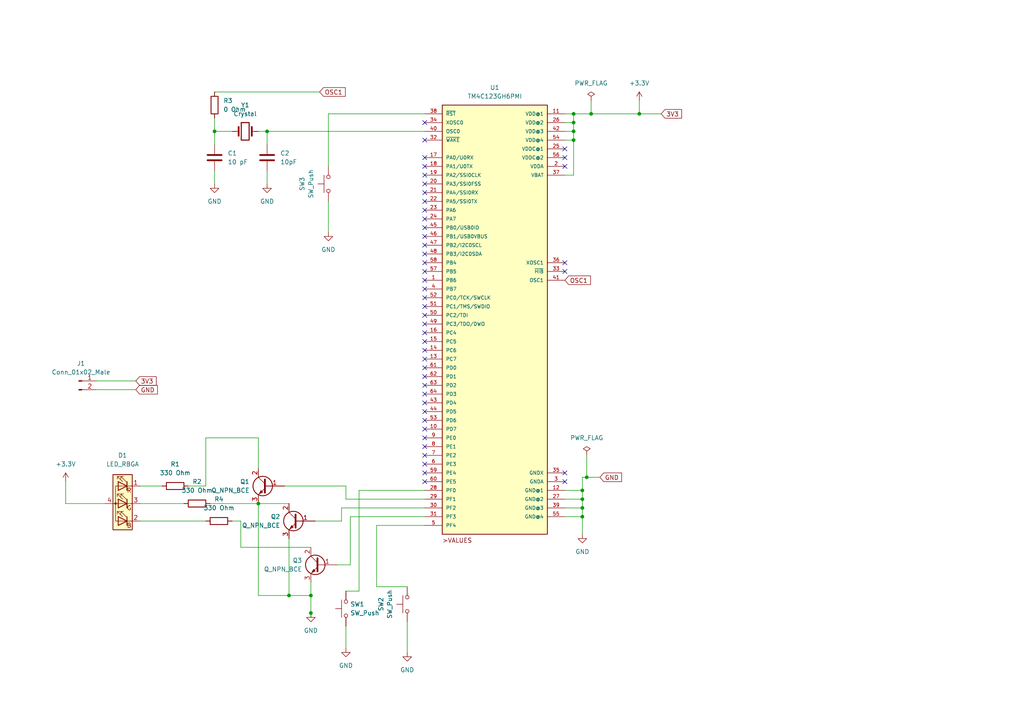
<source format=kicad_sch>
(kicad_sch (version 20211123) (generator eeschema)
  (paper "A4")
  (title_block (title "Led blink") (date "2022-12-22") (rev "Mohamed ABdelnasser") (company "Sprints ARM master class"))
  (lib_symbols
    (symbol "Connector:Conn_01x02_Male" (pin_names (offset 1.016) hide)
      (property "Reference" "J" (at 0 2.54 0))
      (property "Value" "Conn_01x02_Male" (at 0 -5.08 0))
      (symbol "Conn_01x02_Male_1_1"
        (polyline (pts (xy 1.27 -2.54) (xy 0.8636 -2.54)) (stroke (width 0.1524)))
        (polyline (pts (xy 1.27 0) (xy 0.8636 0)) (stroke (width 0.1524)))
        (rectangle (start 0.8636 -2.413) (end 0 -2.667) (stroke (width 0.1524)) (fill (type outline)))
        (rectangle (start 0.8636 0.127) (end 0 -0.127) (stroke (width 0.1524)) (fill (type outline)))
        (pin passive line (at 5.08 0 180) (length 3.81) (name "Pin_1") (number "1"))
        (pin passive line (at 5.08 -2.54 180) (length 3.81) (name "Pin_2") (number "2"))
      )
    )
    (symbol "Device:C" (pin_numbers hide) (pin_names (offset 0.254))
      (property "Reference" "C" (at 0.635 2.54 0))
      (property "Value" "C" (at 0.635 -2.54 0))
      (symbol "C_0_1"
        (polyline (pts (xy -2.032 -0.762) (xy 2.032 -0.762)) (stroke (width 0.508)))
        (polyline (pts (xy -2.032 0.762) (xy 2.032 0.762)) (stroke (width 0.508)))
      )
      (symbol "C_1_1"
        (pin passive line (at 0 3.81 270) (length 2.794) (name "~") (number "1"))
        (pin passive line (at 0 -3.81 90) (length 2.794) (name "~") (number "2"))
      )
    )
    (symbol "Device:Crystal" (pin_numbers hide) (pin_names (offset 1.016) hide)
      (property "Reference" "Y" (at 0 3.81 0))
      (property "Value" "Crystal" (at 0 -3.81 0))
      (symbol "Crystal_0_1"
        (rectangle (start -1.143 2.54) (end 1.143 -2.54) (stroke (width 0.3048)))
        (polyline (pts (xy -2.54 0) (xy -1.905 0)))
        (polyline (pts (xy -1.905 -1.27) (xy -1.905 1.27)) (stroke (width 0.508)))
        (polyline (pts (xy 1.905 -1.27) (xy 1.905 1.27)) (stroke (width 0.508)))
        (polyline (pts (xy 2.54 0) (xy 1.905 0)))
      )
      (symbol "Crystal_1_1"
        (pin passive line (at -3.81 0 0) (length 1.27) (name "1") (number "1"))
        (pin passive line (at 3.81 0 180) (length 1.27) (name "2") (number "2"))
      )
    )
    (symbol "Device:LED_RBGA" (pin_names (offset 0) hide)
      (property "Reference" "D" (at 0 9.398 0))
      (property "Value" "LED_RBGA" (at 0 -8.89 0))
      (symbol "LED_RBGA_0_0"
        (text "B" (at -1.905 -6.35 0) (effects (font (size 1.27 1.27))))
        (text "G" (at -1.905 -1.27 0) (effects (font (size 1.27 1.27))))
        (text "R" (at -1.905 3.81 0) (effects (font (size 1.27 1.27))))
      )
      (symbol "LED_RBGA_0_1"
        (polyline (pts (xy -1.27 -5.08) (xy -2.54 -5.08)))
        (polyline (pts (xy -1.27 -5.08) (xy 1.27 -5.08)))
        (polyline (pts (xy -1.27 -3.81) (xy -1.27 -6.35)) (stroke (width 0.254)))
        (polyline (pts (xy -1.27 0) (xy -2.54 0)))
        (polyline (pts (xy -1.27 1.27) (xy -1.27 -1.27)) (stroke (width 0.254)))
        (polyline (pts (xy -1.27 5.08) (xy -2.54 5.08)))
        (polyline (pts (xy -1.27 5.08) (xy 1.27 5.08)))
        (polyline (pts (xy -1.27 6.35) (xy -1.27 3.81)) (stroke (width 0.254)))
        (polyline (pts (xy 1.27 0) (xy -1.27 0)))
        (polyline (pts (xy 1.27 0) (xy 2.54 0)))
        (polyline (pts (xy -1.27 1.27) (xy -1.27 -1.27) (xy -1.27 -1.27)))
        (polyline (pts (xy -1.27 6.35) (xy -1.27 3.81) (xy -1.27 3.81)))
        (polyline (pts (xy 1.27 -5.08) (xy 2.032 -5.08) (xy 2.032 5.08) (xy 1.27 5.08)))
        (polyline (pts (xy 1.27 -3.81) (xy 1.27 -6.35) (xy -1.27 -5.08) (xy 1.27 -3.81)) (stroke (width 0.254)))
        (polyline (pts (xy 1.27 1.27) (xy 1.27 -1.27) (xy -1.27 0) (xy 1.27 1.27)) (stroke (width 0.254)))
        (polyline (pts (xy 1.27 6.35) (xy 1.27 3.81) (xy -1.27 5.08) (xy 1.27 6.35)) (stroke (width 0.254)))
        (polyline (pts (xy -1.016 -3.81) (xy 0.508 -2.286) (xy -0.254 -2.286) (xy 0.508 -2.286) (xy 0.508 -3.048)))
        (polyline (pts (xy -1.016 1.27) (xy 0.508 2.794) (xy -0.254 2.794) (xy 0.508 2.794) (xy 0.508 2.032)))
        (polyline (pts (xy -1.016 6.35) (xy 0.508 7.874) (xy -0.254 7.874) (xy 0.508 7.874) (xy 0.508 7.112)))
        (polyline (pts (xy 0 -3.81) (xy 1.524 -2.286) (xy 0.762 -2.286) (xy 1.524 -2.286) (xy 1.524 -3.048)))
        (polyline (pts (xy 0 1.27) (xy 1.524 2.794) (xy 0.762 2.794) (xy 1.524 2.794) (xy 1.524 2.032)))
        (polyline (pts (xy 0 6.35) (xy 1.524 7.874) (xy 0.762 7.874) (xy 1.524 7.874) (xy 1.524 7.112)))
        (rectangle (start 1.27 -1.27) (end 1.27 1.27))
        (rectangle (start 1.27 1.27) (end 1.27 1.27))
        (rectangle (start 1.27 3.81) (end 1.27 6.35))
        (rectangle (start 1.27 6.35) (end 1.27 6.35))
        (circle (center 2.032 0) (radius 0.254) (fill (type outline)))
        (rectangle (start 2.794 8.382) (end -2.794 -7.62) (stroke (width 0.254)) (fill (type background)))
      )
      (symbol "LED_RBGA_1_1"
        (pin passive line (at -5.08 5.08 0) (length 2.54) (name "RK") (number "1"))
        (pin passive line (at -5.08 -5.08 0) (length 2.54) (name "BK") (number "2"))
        (pin passive line (at -5.08 0 0) (length 2.54) (name "GK") (number "3"))
        (pin passive line (at 5.08 0 180) (length 2.54) (name "A") (number "4"))
      )
    )
    (symbol "Device:Q_NPN_BCE" (pin_names (offset 0) hide)
      (property "Reference" "Q" (at 5.08 1.27 0))
      (property "Value" "Q_NPN_BCE" (at 5.08 -1.27 0))
      (symbol "Q_NPN_BCE_0_1"
        (polyline (pts (xy 0.635 0.635) (xy 2.54 2.54)))
        (polyline (pts (xy 0.635 -0.635) (xy 2.54 -2.54) (xy 2.54 -2.54)))
        (polyline (pts (xy 0.635 1.905) (xy 0.635 -1.905) (xy 0.635 -1.905)) (stroke (width 0.508)))
        (polyline (pts (xy 1.27 -1.778) (xy 1.778 -1.27) (xy 2.286 -2.286) (xy 1.27 -1.778) (xy 1.27 -1.778)) (fill (type outline)))
        (circle (center 1.27 0) (radius 2.8194) (stroke (width 0.254)))
      )
      (symbol "Q_NPN_BCE_1_1"
        (pin input line (at -5.08 0 0) (length 5.715) (name "B") (number "1"))
        (pin passive line (at 2.54 5.08 270) (length 2.54) (name "C") (number "2"))
        (pin passive line (at 2.54 -5.08 90) (length 2.54) (name "E") (number "3"))
      )
    )
    (symbol "Device:R" (pin_numbers hide) (pin_names (offset 0))
      (property "Reference" "R" (at 2.032 0 90))
      (property "Value" "R" (at 0 0 90))
      (symbol "R_0_1"
        (rectangle (start -1.016 -2.54) (end 1.016 2.54) (stroke (width 0.254)))
      )
      (symbol "R_1_1"
        (pin passive line (at 0 3.81 270) (length 1.27) (name "~") (number "1"))
        (pin passive line (at 0 -3.81 90) (length 1.27) (name "~") (number "2"))
      )
    )
    (symbol "Switch:SW_Push" (pin_numbers hide) (pin_names (offset 1.016) hide)
      (property "Reference" "SW" (at 1.27 2.54 0))
      (property "Value" "SW_Push" (at 0 -1.524 0))
      (symbol "SW_Push_0_1"
        (circle (center -2.032 0) (radius 0.508))
        (polyline (pts (xy 0 1.27) (xy 0 3.048)))
        (polyline (pts (xy 2.54 1.27) (xy -2.54 1.27)))
        (circle (center 2.032 0) (radius 0.508))
        (pin passive line (at -5.08 0 0) (length 2.54) (name "1") (number "1"))
        (pin passive line (at 5.08 0 180) (length 2.54) (name "2") (number "2"))
      )
    )
    (symbol "power:+3.3V" (power) (pin_names (offset 0))
      (property "Value" "+3.3V" (at 0 3.556 0))
      (symbol "+3.3V_0_1"
        (polyline (pts (xy -0.762 1.27) (xy 0 2.54)))
        (polyline (pts (xy 0 0) (xy 0 2.54)))
        (polyline (pts (xy 0 2.54) (xy 0.762 1.27)))
      )
      (symbol "+3.3V_1_1"
        (pin power_in line (at 0 0 90) (length 0) hide (name "+3.3V") (number "1"))
      )
    )
    (symbol "power:GND" (power) (pin_names (offset 0))
      (property "Value" "GND" (at 0 -3.81 0))
      (symbol "GND_0_1"
        (polyline (pts (xy 0 0) (xy 0 -1.27) (xy 1.27 -1.27) (xy 0 -2.54) (xy -1.27 -1.27) (xy 0 -1.27)))
      )
      (symbol "GND_1_1"
        (pin power_in line (at 0 0 270) (length 0) hide (name "GND") (number "1"))
      )
    )
    (symbol "power:PWR_FLAG" (power) (pin_numbers hide) (pin_names (offset 0) hide)
      (property "Value" "PWR_FLAG" (at 0 3.81 0))
      (symbol "PWR_FLAG_0_0"
        (pin power_out line (at 0 0 90) (length 0) (name "pwr") (number "1"))
      )
      (symbol "PWR_FLAG_0_1"
        (polyline (pts (xy 0 0) (xy 0 1.27) (xy -1.016 1.905) (xy 0 2.54) (xy 1.016 1.905) (xy 0 1.27)))
      )
    )
    (symbol "tm4c123gh6pm:TM4C123GH6PMI" (pin_names (offset 1.016))
      (property "Reference" "U" (at -15.2479 60.9917 0))
      (property "Value" "TM4C123GH6PMI" (at 0 0 0))
      (symbol "TM4C123GH6PMI_0_0"
        (rectangle (start -15.24 -63.5) (end 15.24 60.96) (stroke (width 0.254)) (fill (type background)))
        (text ">VALUES" (at -15.2408 -66.0434 0) (effects (font (size 1.2701 1.2701)) (justify left bottom)))
        (pin bidirectional line (at -20.32 10.16 0) (length 5.08) (name "PB6") (number "1"))
        (pin bidirectional line (at -20.32 -33.02 0) (length 5.08) (name "PD7") (number "10"))
        (pin power_in line (at 20.32 58.42 180) (length 5.08) (name "VDD@1") (number "11"))
        (pin power_in line (at 20.32 -50.8 180) (length 5.08) (name "GND@1") (number "12"))
        (pin bidirectional line (at -20.32 -12.7 0) (length 5.08) (name "PC7") (number "13"))
        (pin bidirectional line (at -20.32 -10.16 0) (length 5.08) (name "PC6") (number "14"))
        (pin bidirectional line (at -20.32 -7.62 0) (length 5.08) (name "PC5") (number "15"))
        (pin bidirectional line (at -20.32 -5.08 0) (length 5.08) (name "PC4") (number "16"))
        (pin bidirectional line (at -20.32 45.72 0) (length 5.08) (name "PA0/U0RX") (number "17"))
        (pin bidirectional line (at -20.32 43.18 0) (length 5.08) (name "PA1/U0TX") (number "18"))
        (pin bidirectional line (at -20.32 40.64 0) (length 5.08) (name "PA2/SSI0CLK") (number "19"))
        (pin power_in line (at 20.32 43.18 180) (length 5.08) (name "VDDA") (number "2"))
        (pin bidirectional line (at -20.32 38.1 0) (length 5.08) (name "PA3/SSI0FSS") (number "20"))
        (pin bidirectional line (at -20.32 35.56 0) (length 5.08) (name "PA4/SSI0RX") (number "21"))
        (pin bidirectional line (at -20.32 33.02 0) (length 5.08) (name "PA5/SSI0TX") (number "22"))
        (pin bidirectional line (at -20.32 30.48 0) (length 5.08) (name "PA6") (number "23"))
        (pin bidirectional line (at -20.32 27.94 0) (length 5.08) (name "PA7") (number "24"))
        (pin power_in line (at 20.32 48.26 180) (length 5.08) (name "VDDC@1") (number "25"))
        (pin power_in line (at 20.32 55.88 180) (length 5.08) (name "VDD@2") (number "26"))
        (pin power_in line (at 20.32 -53.34 180) (length 5.08) (name "GND@2") (number "27"))
        (pin bidirectional line (at -20.32 -50.8 0) (length 5.08) (name "PF0") (number "28"))
        (pin bidirectional line (at -20.32 -53.34 0) (length 5.08) (name "PF1") (number "29"))
        (pin power_in line (at 20.32 -48.26 180) (length 5.08) (name "GNDA") (number "3"))
        (pin bidirectional line (at -20.32 -55.88 0) (length 5.08) (name "PF2") (number "30"))
        (pin bidirectional line (at -20.32 -58.42 0) (length 5.08) (name "PF3") (number "31"))
        (pin input line (at -20.32 50.8 0) (length 5.08) (name "~{WAKE}") (number "32"))
        (pin output line (at 20.32 12.7 180) (length 5.08) (name "~{HIB}") (number "33"))
        (pin input line (at -20.32 55.88 0) (length 5.08) (name "XOSC0") (number "34"))
        (pin power_in line (at 20.32 -45.72 180) (length 5.08) (name "GNDX") (number "35"))
        (pin output line (at 20.32 15.24 180) (length 5.08) (name "XOSC1") (number "36"))
        (pin power_in line (at 20.32 40.64 180) (length 5.08) (name "VBAT") (number "37"))
        (pin input line (at -20.32 58.42 0) (length 5.08) (name "~{RST}") (number "38"))
        (pin power_in line (at 20.32 -55.88 180) (length 5.08) (name "GND@3") (number "39"))
        (pin bidirectional line (at -20.32 7.62 0) (length 5.08) (name "PB7") (number "4"))
        (pin input line (at -20.32 53.34 0) (length 5.08) (name "OSC0") (number "40"))
        (pin output line (at 20.32 10.16 180) (length 5.08) (name "OSC1") (number "41"))
        (pin power_in line (at 20.32 53.34 180) (length 5.08) (name "VDD@3") (number "42"))
        (pin bidirectional line (at -20.32 -25.4 0) (length 5.08) (name "PD4") (number "43"))
        (pin bidirectional line (at -20.32 -27.94 0) (length 5.08) (name "PD5") (number "44"))
        (pin bidirectional line (at -20.32 25.4 0) (length 5.08) (name "PB0/USB0ID") (number "45"))
        (pin bidirectional line (at -20.32 22.86 0) (length 5.08) (name "PB1/USB0VBUS") (number "46"))
        (pin bidirectional line (at -20.32 20.32 0) (length 5.08) (name "PB2/I2C0SCL") (number "47"))
        (pin bidirectional line (at -20.32 17.78 0) (length 5.08) (name "PB3/I2C0SDA") (number "48"))
        (pin bidirectional line (at -20.32 -2.54 0) (length 5.08) (name "PC3/TDO/DWO") (number "49"))
        (pin bidirectional line (at -20.32 -60.96 0) (length 5.08) (name "PF4") (number "5"))
        (pin bidirectional line (at -20.32 0 0) (length 5.08) (name "PC2/TDI") (number "50"))
        (pin bidirectional line (at -20.32 2.54 0) (length 5.08) (name "PC1/TMS/SWDIO") (number "51"))
        (pin bidirectional line (at -20.32 5.08 0) (length 5.08) (name "PC0/TCK/SWCLK") (number "52"))
        (pin bidirectional line (at -20.32 -30.48 0) (length 5.08) (name "PD6") (number "53"))
        (pin power_in line (at 20.32 50.8 180) (length 5.08) (name "VDD@4") (number "54"))
        (pin power_in line (at 20.32 -58.42 180) (length 5.08) (name "GND@4") (number "55"))
        (pin power_in line (at 20.32 45.72 180) (length 5.08) (name "VDDC@2") (number "56"))
        (pin bidirectional line (at -20.32 12.7 0) (length 5.08) (name "PB5") (number "57"))
        (pin bidirectional line (at -20.32 15.24 0) (length 5.08) (name "PB4") (number "58"))
        (pin bidirectional line (at -20.32 -45.72 0) (length 5.08) (name "PE4") (number "59"))
        (pin bidirectional line (at -20.32 -43.18 0) (length 5.08) (name "PE3") (number "6"))
        (pin bidirectional line (at -20.32 -48.26 0) (length 5.08) (name "PE5") (number "60"))
        (pin bidirectional line (at -20.32 -15.24 0) (length 5.08) (name "PD0") (number "61"))
        (pin bidirectional line (at -20.32 -17.78 0) (length 5.08) (name "PD1") (number "62"))
        (pin bidirectional line (at -20.32 -20.32 0) (length 5.08) (name "PD2") (number "63"))
        (pin bidirectional line (at -20.32 -22.86 0) (length 5.08) (name "PD3") (number "64"))
        (pin bidirectional line (at -20.32 -40.64 0) (length 5.08) (name "PE2") (number "7"))
        (pin bidirectional line (at -20.32 -38.1 0) (length 5.08) (name "PE1") (number "8"))
        (pin bidirectional line (at -20.32 -35.56 0) (length 5.08) (name "PE0") (number "9"))
      )
    )
  )
  (junction (at 83.82 172.72))
  (junction (at 168.91 144.78))
  (junction (at 62.23 38.1))
  (junction (at 168.91 142.24))
  (junction (at 185.42 33.02))
  (junction (at 90.17 172.72))
  (junction (at 90.17 177.8))
  (junction (at 168.91 147.32))
  (junction (at 166.37 35.56))
  (junction (at 168.91 149.86))
  (junction (at 170.18 138.43))
  (junction (at 166.37 40.64))
  (junction (at 166.37 33.02))
  (junction (at 74.93 146.05))
  (junction (at 166.37 38.1))
  (junction (at 171.45 33.02))
  (junction (at 77.47 38.1))
  (no_connect (at 123.19 68.58))
  (no_connect (at 123.19 60.96))
  (no_connect (at 123.19 35.56))
  (no_connect (at 123.19 76.2))
  (no_connect (at 123.19 71.12))
  (no_connect (at 123.19 132.08))
  (no_connect (at 123.19 106.68))
  (no_connect (at 123.19 139.7))
  (no_connect (at 123.19 53.34))
  (no_connect (at 163.83 78.74))
  (no_connect (at 123.19 127))
  (no_connect (at 123.19 96.52))
  (no_connect (at 123.19 50.8))
  (no_connect (at 123.19 91.44))
  (no_connect (at 123.19 99.06))
  (no_connect (at 123.19 48.26))
  (no_connect (at 123.19 66.04))
  (no_connect (at 123.19 73.66))
  (no_connect (at 123.19 45.72))
  (no_connect (at 123.19 109.22))
  (no_connect (at 163.83 45.72))
  (no_connect (at 123.19 55.88))
  (no_connect (at 123.19 119.38))
  (no_connect (at 163.83 43.18))
  (no_connect (at 123.19 40.64))
  (no_connect (at 123.19 81.28))
  (no_connect (at 123.19 86.36))
  (no_connect (at 123.19 129.54))
  (no_connect (at 123.19 116.84))
  (no_connect (at 123.19 134.62))
  (no_connect (at 123.19 93.98))
  (no_connect (at 123.19 83.82))
  (no_connect (at 163.83 139.7))
  (no_connect (at 123.19 63.5))
  (no_connect (at 123.19 137.16))
  (no_connect (at 123.19 88.9))
  (no_connect (at 123.19 78.74))
  (no_connect (at 163.83 48.26))
  (no_connect (at 123.19 114.3))
  (no_connect (at 163.83 76.2))
  (no_connect (at 123.19 121.92))
  (no_connect (at 123.19 58.42))
  (no_connect (at 163.83 137.16))
  (no_connect (at 123.19 124.46))
  (no_connect (at 123.19 111.76))
  (no_connect (at 123.19 101.6))
  (no_connect (at 123.19 104.14))
  (wire (pts (xy 69.85 158.75) (xy 90.17 158.75)))
  (wire (pts (xy 101.6 163.83) (xy 101.6 149.86)))
  (wire (pts (xy 166.37 33.02) (xy 166.37 35.56)))
  (wire (pts (xy 69.85 151.13) (xy 69.85 158.75)))
  (wire (pts (xy 67.31 151.13) (xy 69.85 151.13)))
  (wire (pts (xy 59.69 127) (xy 74.93 127)))
  (wire (pts (xy 99.06 147.32) (xy 99.06 151.13)))
  (wire (pts (xy 90.17 177.8) (xy 90.17 179.07)))
  (wire (pts (xy 163.83 50.8) (xy 166.37 50.8)))
  (wire (pts (xy 168.91 142.24) (xy 168.91 144.78)))
  (wire (pts (xy 27.94 113.03) (xy 39.37 113.03)))
  (wire (pts (xy 91.44 151.13) (xy 99.06 151.13)))
  (wire (pts (xy 77.47 38.1) (xy 77.47 41.91)))
  (wire (pts (xy 191.77 33.02) (xy 185.42 33.02)))
  (wire (pts (xy 60.96 146.05) (xy 74.93 146.05)))
  (wire (pts (xy 168.91 147.32) (xy 168.91 149.86)))
  (wire (pts (xy 62.23 38.1) (xy 67.31 38.1)))
  (wire (pts (xy 62.23 34.29) (xy 62.23 38.1)))
  (wire (pts (xy 82.55 140.97) (xy 100.33 140.97)))
  (wire (pts (xy 95.25 33.02) (xy 123.19 33.02)))
  (wire (pts (xy 104.14 171.45) (xy 100.33 171.45)))
  (wire (pts (xy 123.19 147.32) (xy 99.06 147.32)))
  (wire (pts (xy 168.91 149.86) (xy 168.91 154.94)))
  (wire (pts (xy 166.37 35.56) (xy 163.83 35.56)))
  (wire (pts (xy 27.94 110.49) (xy 39.37 110.49)))
  (wire (pts (xy 123.19 152.4) (xy 109.22 152.4)))
  (wire (pts (xy 74.93 38.1) (xy 77.47 38.1)))
  (wire (pts (xy 62.23 38.1) (xy 62.23 41.91)))
  (wire (pts (xy 62.23 49.53) (xy 62.23 53.34)))
  (wire (pts (xy 163.83 40.64) (xy 166.37 40.64)))
  (wire (pts (xy 40.64 140.97) (xy 46.99 140.97)))
  (wire (pts (xy 163.83 149.86) (xy 168.91 149.86)))
  (wire (pts (xy 77.47 38.1) (xy 123.19 38.1)))
  (wire (pts (xy 95.25 48.26) (xy 95.25 33.02)))
  (wire (pts (xy 90.17 172.72) (xy 90.17 177.8)))
  (wire (pts (xy 100.33 144.78) (xy 123.19 144.78)))
  (wire (pts (xy 118.11 180.34) (xy 118.11 189.23)))
  (wire (pts (xy 163.83 147.32) (xy 168.91 147.32)))
  (wire (pts (xy 166.37 38.1) (xy 166.37 40.64)))
  (wire (pts (xy 19.05 139.7) (xy 19.05 146.05)))
  (wire (pts (xy 168.91 138.43) (xy 168.91 142.24)))
  (wire (pts (xy 170.18 138.43) (xy 168.91 138.43)))
  (wire (pts (xy 83.82 156.21) (xy 83.82 172.72)))
  (wire (pts (xy 173.99 138.43) (xy 170.18 138.43)))
  (wire (pts (xy 163.83 33.02) (xy 166.37 33.02)))
  (wire (pts (xy 168.91 144.78) (xy 168.91 147.32)))
  (wire (pts (xy 62.23 26.67) (xy 92.71 26.67)))
  (wire (pts (xy 83.82 172.72) (xy 90.17 172.72)))
  (wire (pts (xy 30.48 146.05) (xy 19.05 146.05)))
  (wire (pts (xy 163.83 142.24) (xy 168.91 142.24)))
  (wire (pts (xy 97.79 163.83) (xy 101.6 163.83)))
  (wire (pts (xy 166.37 35.56) (xy 166.37 38.1)))
  (wire (pts (xy 104.14 142.24) (xy 104.14 171.45)))
  (wire (pts (xy 171.45 29.21) (xy 171.45 33.02)))
  (wire (pts (xy 74.93 146.05) (xy 83.82 146.05)))
  (wire (pts (xy 77.47 49.53) (xy 77.47 53.34)))
  (wire (pts (xy 104.14 142.24) (xy 123.19 142.24)))
  (wire (pts (xy 90.17 168.91) (xy 90.17 172.72)))
  (wire (pts (xy 163.83 144.78) (xy 168.91 144.78)))
  (wire (pts (xy 171.45 33.02) (xy 185.42 33.02)))
  (wire (pts (xy 40.64 151.13) (xy 59.69 151.13)))
  (wire (pts (xy 163.83 38.1) (xy 166.37 38.1)))
  (wire (pts (xy 74.93 172.72) (xy 83.82 172.72)))
  (wire (pts (xy 74.93 127) (xy 74.93 135.89)))
  (wire (pts (xy 74.93 146.05) (xy 74.93 172.72)))
  (wire (pts (xy 166.37 50.8) (xy 166.37 40.64)))
  (wire (pts (xy 101.6 149.86) (xy 123.19 149.86)))
  (wire (pts (xy 109.22 152.4) (xy 109.22 170.18)))
  (wire (pts (xy 170.18 132.08) (xy 170.18 138.43)))
  (wire (pts (xy 59.69 140.97) (xy 59.69 127)))
  (wire (pts (xy 100.33 181.61) (xy 100.33 187.96)))
  (wire (pts (xy 95.25 58.42) (xy 95.25 67.31)))
  (wire (pts (xy 54.61 140.97) (xy 59.69 140.97)))
  (wire (pts (xy 100.33 140.97) (xy 100.33 144.78)))
  (wire (pts (xy 109.22 170.18) (xy 118.11 170.18)))
  (wire (pts (xy 185.42 29.21) (xy 185.42 33.02)))
  (wire (pts (xy 166.37 33.02) (xy 171.45 33.02)))
  (wire (pts (xy 40.64 146.05) (xy 53.34 146.05)))
  (global_label "OSC1" (shape input) (at 163.83 81.28 0) (property "Intersheet References" "${INTERSHEET_REFS}" (effects hide)))
  (global_label "GND" (shape input) (at 173.99 138.43 0) (property "Intersheet References" "${INTERSHEET_REFS}" (effects hide)))
  (global_label "GND" (shape input) (at 39.37 113.03 0) (property "Intersheet References" "${INTERSHEET_REFS}" (effects hide)))
  (global_label "3V3" (shape input) (at 191.77 33.02 0) (property "Intersheet References" "${INTERSHEET_REFS}" (effects hide)))
  (global_label "3V3" (shape input) (at 39.37 110.49 0) (property "Intersheet References" "${INTERSHEET_REFS}" (effects hide)))
  (global_label "OSC1" (shape input) (at 92.71 26.67 0) (property "Intersheet References" "${INTERSHEET_REFS}" (effects hide)))
  (symbol (lib_id "Device:R") (at 63.5 151.13 90) (unit 1)
    (property "Reference" "R4" (at 63.5 144.78 90))
    (property "Value" "330 Ohm" (at 63.5 147.32 90))
  )
  (symbol (lib_id "power:GND") (at 95.25 67.31 0) (unit 1)
    (property "Reference" "#PWR0102" (effects hide))
    (property "Value" "GND" (at 95.25 72.39 0))
  )
  (symbol (lib_id "power:GND") (at 90.17 177.8 0) (unit 1)
    (property "Reference" "#PWR04" (effects hide))
    (property "Value" "GND" (at 90.17 182.88 0))
  )
  (symbol (lib_id "power:GND") (at 100.33 187.96 0) (unit 1)
    (property "Reference" "#PWR05" (effects hide))
    (property "Value" "GND" (at 100.33 193.04 0))
  )
  (symbol (lib_id "power:GND") (at 77.47 53.34 0) (unit 1)
    (property "Reference" "#PWR03" (effects hide))
    (property "Value" "GND" (at 77.47 58.42 0))
  )
  (symbol (lib_id "power:GND") (at 118.11 189.23 0) (unit 1)
    (property "Reference" "#PWR06" (effects hide))
    (property "Value" "GND" (at 118.11 194.31 0))
  )
  (symbol (lib_id "power:+3.3V") (at 19.05 139.7 0) (unit 1)
    (property "Reference" "#PWR01" (effects hide))
    (property "Value" "+3.3V" (at 19.05 134.62 0))
  )
  (symbol (lib_id "Device:C") (at 77.47 45.72 0) (unit 1)
    (property "Reference" "C2" (at 81.28 44.4499 0) (effects (justify left)))
    (property "Value" "10pF" (at 81.28 46.9899 0) (effects (justify left)))
  )
  (symbol (lib_id "Device:C") (at 62.23 45.72 0) (unit 1)
    (property "Reference" "C1" (at 66.04 44.4499 0) (effects (justify left)))
    (property "Value" "10 pF" (at 66.04 46.9899 0) (effects (justify left)))
  )
  (symbol (lib_id "Device:R") (at 50.8 140.97 90) (unit 1)
    (property "Reference" "R1" (at 50.8 134.62 90))
    (property "Value" "330 Ohm" (at 50.8 137.16 90))
  )
  (symbol (lib_id "Device:Q_NPN_BCE") (at 86.36 151.13 0) (mirror y) (unit 1)
    (property "Reference" "Q2" (at 81.28 149.8599 0) (effects (justify left)))
    (property "Value" "Q_NPN_BCE" (at 81.28 152.3999 0) (effects (justify left)))
  )
  (symbol (lib_id "Device:R") (at 57.15 146.05 90) (unit 1)
    (property "Reference" "R2" (at 57.15 139.7 90))
    (property "Value" "330 Ohm" (at 57.15 142.24 90))
  )
  (symbol (lib_id "power:+3.3V") (at 185.42 29.21 0) (unit 1)
    (property "Reference" "#PWR0103" (effects hide))
    (property "Value" "+3.3V" (at 185.42 24.13 0))
  )
  (symbol (lib_id "Device:Crystal") (at 71.12 38.1 0) (unit 1)
    (property "Reference" "Y1" (at 71.12 30.48 0))
    (property "Value" "Crystal" (at 71.12 33.02 0))
  )
  (symbol (lib_id "Switch:SW_Push") (at 95.25 53.34 90) (unit 1)
    (property "Reference" "SW3" (at 87.63 53.34 0))
    (property "Value" "SW_Push" (at 90.17 53.34 0))
  )
  (symbol (lib_id "Device:R") (at 62.23 30.48 0) (unit 1)
    (property "Reference" "R3" (at 64.77 29.2099 0) (effects (justify left)))
    (property "Value" "0 Ohm" (at 64.77 31.7499 0) (effects (justify left)))
  )
  (symbol (lib_id "power:GND") (at 62.23 53.34 0) (unit 1)
    (property "Reference" "#PWR02" (effects hide))
    (property "Value" "GND" (at 62.23 58.42 0))
  )
  (symbol (lib_id "power:PWR_FLAG") (at 171.45 29.21 0) (unit 1)
    (property "Reference" "#FLG0101" (effects hide))
    (property "Value" "PWR_FLAG" (at 171.45 24.13 0))
  )
  (symbol (lib_id "power:PWR_FLAG") (at 170.18 132.08 0) (unit 1)
    (property "Reference" "#FLG0102" (effects hide))
    (property "Value" "PWR_FLAG" (at 170.18 127 0))
  )
  (symbol (lib_id "Switch:SW_Push") (at 100.33 176.53 90) (unit 1)
    (property "Reference" "SW1" (at 101.6 175.2599 90) (effects (justify right)))
    (property "Value" "SW_Push" (at 101.6 177.7999 90) (effects (justify right)))
  )
  (symbol (lib_id "Device:Q_NPN_BCE") (at 92.71 163.83 0) (mirror y) (unit 1)
    (property "Reference" "Q3" (at 87.63 162.5599 0) (effects (justify left)))
    (property "Value" "Q_NPN_BCE" (at 87.63 165.0999 0) (effects (justify left)))
  )
  (symbol (lib_id "Switch:SW_Push") (at 118.11 175.26 90) (unit 1)
    (property "Reference" "SW2" (at 110.49 175.26 0))
    (property "Value" "SW_Push" (at 113.03 175.26 0))
  )
  (symbol (lib_id "Device:Q_NPN_BCE") (at 77.47 140.97 0) (mirror y) (unit 1)
    (property "Reference" "Q1" (at 72.39 139.6999 0) (effects (justify left)))
    (property "Value" "Q_NPN_BCE" (at 72.39 142.2399 0) (effects (justify left)))
  )
  (symbol (lib_id "Device:LED_RBGA") (at 35.56 146.05 0) (mirror y) (unit 1)
    (property "Reference" "D1" (at 35.56 132.08 0))
    (property "Value" "LED_RBGA" (at 35.56 134.62 0))
  )
  (symbol (lib_id "power:GND") (at 168.91 154.94 0) (unit 1)
    (property "Reference" "#PWR0101" (effects hide))
    (property "Value" "GND" (at 168.91 160.02 0))
  )
  (symbol (lib_id "tm4c123gh6pm:TM4C123GH6PMI") (at 143.51 91.44 0) (unit 1)
    (property "Reference" "U1" (at 143.51 25.4 0))
    (property "Value" "TM4C123GH6PMI" (at 143.51 27.94 0))
    (property "Footprint" "QFP50P1200X1200X160-64N" (effects hide))
    (property "MANUFACTURER" "TEXAS instruments" (effects hide))
  )
  (symbol (lib_id "Connector:Conn_01x02_Male") (at 22.86 110.49 0) (unit 1)
    (property "Reference" "J1" (at 23.495 105.41 0))
    (property "Value" "Conn_01x02_Male" (at 23.495 107.95 0))
  )
)
</source>
